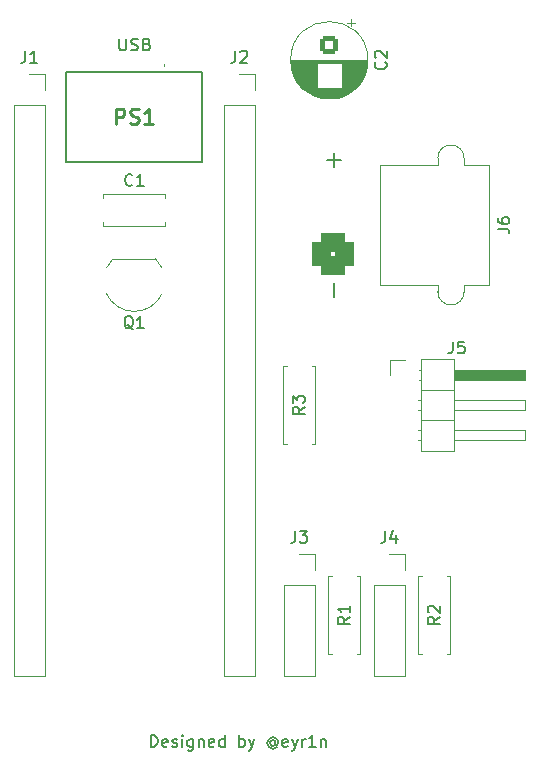
<source format=gbr>
%TF.GenerationSoftware,KiCad,Pcbnew,9.0.6*%
%TF.CreationDate,2025-12-26T01:32:08+09:00*%
%TF.ProjectId,PicomniRover,5069636f-6d6e-4695-926f-7665722e6b69,rev?*%
%TF.SameCoordinates,Original*%
%TF.FileFunction,Legend,Top*%
%TF.FilePolarity,Positive*%
%FSLAX46Y46*%
G04 Gerber Fmt 4.6, Leading zero omitted, Abs format (unit mm)*
G04 Created by KiCad (PCBNEW 9.0.6) date 2025-12-26 01:32:08*
%MOMM*%
%LPD*%
G01*
G04 APERTURE LIST*
G04 Aperture macros list*
%AMRoundRect*
0 Rectangle with rounded corners*
0 $1 Rounding radius*
0 $2 $3 $4 $5 $6 $7 $8 $9 X,Y pos of 4 corners*
0 Add a 4 corners polygon primitive as box body*
4,1,4,$2,$3,$4,$5,$6,$7,$8,$9,$2,$3,0*
0 Add four circle primitives for the rounded corners*
1,1,$1+$1,$2,$3*
1,1,$1+$1,$4,$5*
1,1,$1+$1,$6,$7*
1,1,$1+$1,$8,$9*
0 Add four rect primitives between the rounded corners*
20,1,$1+$1,$2,$3,$4,$5,0*
20,1,$1+$1,$4,$5,$6,$7,0*
20,1,$1+$1,$6,$7,$8,$9,0*
20,1,$1+$1,$8,$9,$2,$3,0*%
G04 Aperture macros list end*
%ADD10C,0.150000*%
%ADD11C,0.254000*%
%ADD12C,0.120000*%
%ADD13C,0.200000*%
%ADD14C,0.100000*%
%ADD15R,1.700000X1.700000*%
%ADD16C,1.700000*%
%ADD17C,3.200000*%
%ADD18R,1.500000X1.500000*%
%ADD19C,1.500000*%
%ADD20C,1.600000*%
%ADD21R,1.462000X1.462000*%
%ADD22C,1.462000*%
%ADD23RoundRect,0.250000X-0.550000X0.550000X-0.550000X-0.550000X0.550000X-0.550000X0.550000X0.550000X0*%
%ADD24C,1.400000*%
%ADD25RoundRect,0.770000X-0.980000X0.980000X-0.980000X-0.980000X0.980000X-0.980000X0.980000X0.980000X0*%
%ADD26C,3.500000*%
G04 APERTURE END LIST*
D10*
X61095237Y-108954819D02*
X61095237Y-107954819D01*
X61095237Y-107954819D02*
X61333332Y-107954819D01*
X61333332Y-107954819D02*
X61476189Y-108002438D01*
X61476189Y-108002438D02*
X61571427Y-108097676D01*
X61571427Y-108097676D02*
X61619046Y-108192914D01*
X61619046Y-108192914D02*
X61666665Y-108383390D01*
X61666665Y-108383390D02*
X61666665Y-108526247D01*
X61666665Y-108526247D02*
X61619046Y-108716723D01*
X61619046Y-108716723D02*
X61571427Y-108811961D01*
X61571427Y-108811961D02*
X61476189Y-108907200D01*
X61476189Y-108907200D02*
X61333332Y-108954819D01*
X61333332Y-108954819D02*
X61095237Y-108954819D01*
X62476189Y-108907200D02*
X62380951Y-108954819D01*
X62380951Y-108954819D02*
X62190475Y-108954819D01*
X62190475Y-108954819D02*
X62095237Y-108907200D01*
X62095237Y-108907200D02*
X62047618Y-108811961D01*
X62047618Y-108811961D02*
X62047618Y-108431009D01*
X62047618Y-108431009D02*
X62095237Y-108335771D01*
X62095237Y-108335771D02*
X62190475Y-108288152D01*
X62190475Y-108288152D02*
X62380951Y-108288152D01*
X62380951Y-108288152D02*
X62476189Y-108335771D01*
X62476189Y-108335771D02*
X62523808Y-108431009D01*
X62523808Y-108431009D02*
X62523808Y-108526247D01*
X62523808Y-108526247D02*
X62047618Y-108621485D01*
X62904761Y-108907200D02*
X62999999Y-108954819D01*
X62999999Y-108954819D02*
X63190475Y-108954819D01*
X63190475Y-108954819D02*
X63285713Y-108907200D01*
X63285713Y-108907200D02*
X63333332Y-108811961D01*
X63333332Y-108811961D02*
X63333332Y-108764342D01*
X63333332Y-108764342D02*
X63285713Y-108669104D01*
X63285713Y-108669104D02*
X63190475Y-108621485D01*
X63190475Y-108621485D02*
X63047618Y-108621485D01*
X63047618Y-108621485D02*
X62952380Y-108573866D01*
X62952380Y-108573866D02*
X62904761Y-108478628D01*
X62904761Y-108478628D02*
X62904761Y-108431009D01*
X62904761Y-108431009D02*
X62952380Y-108335771D01*
X62952380Y-108335771D02*
X63047618Y-108288152D01*
X63047618Y-108288152D02*
X63190475Y-108288152D01*
X63190475Y-108288152D02*
X63285713Y-108335771D01*
X63761904Y-108954819D02*
X63761904Y-108288152D01*
X63761904Y-107954819D02*
X63714285Y-108002438D01*
X63714285Y-108002438D02*
X63761904Y-108050057D01*
X63761904Y-108050057D02*
X63809523Y-108002438D01*
X63809523Y-108002438D02*
X63761904Y-107954819D01*
X63761904Y-107954819D02*
X63761904Y-108050057D01*
X64666665Y-108288152D02*
X64666665Y-109097676D01*
X64666665Y-109097676D02*
X64619046Y-109192914D01*
X64619046Y-109192914D02*
X64571427Y-109240533D01*
X64571427Y-109240533D02*
X64476189Y-109288152D01*
X64476189Y-109288152D02*
X64333332Y-109288152D01*
X64333332Y-109288152D02*
X64238094Y-109240533D01*
X64666665Y-108907200D02*
X64571427Y-108954819D01*
X64571427Y-108954819D02*
X64380951Y-108954819D01*
X64380951Y-108954819D02*
X64285713Y-108907200D01*
X64285713Y-108907200D02*
X64238094Y-108859580D01*
X64238094Y-108859580D02*
X64190475Y-108764342D01*
X64190475Y-108764342D02*
X64190475Y-108478628D01*
X64190475Y-108478628D02*
X64238094Y-108383390D01*
X64238094Y-108383390D02*
X64285713Y-108335771D01*
X64285713Y-108335771D02*
X64380951Y-108288152D01*
X64380951Y-108288152D02*
X64571427Y-108288152D01*
X64571427Y-108288152D02*
X64666665Y-108335771D01*
X65142856Y-108288152D02*
X65142856Y-108954819D01*
X65142856Y-108383390D02*
X65190475Y-108335771D01*
X65190475Y-108335771D02*
X65285713Y-108288152D01*
X65285713Y-108288152D02*
X65428570Y-108288152D01*
X65428570Y-108288152D02*
X65523808Y-108335771D01*
X65523808Y-108335771D02*
X65571427Y-108431009D01*
X65571427Y-108431009D02*
X65571427Y-108954819D01*
X66428570Y-108907200D02*
X66333332Y-108954819D01*
X66333332Y-108954819D02*
X66142856Y-108954819D01*
X66142856Y-108954819D02*
X66047618Y-108907200D01*
X66047618Y-108907200D02*
X65999999Y-108811961D01*
X65999999Y-108811961D02*
X65999999Y-108431009D01*
X65999999Y-108431009D02*
X66047618Y-108335771D01*
X66047618Y-108335771D02*
X66142856Y-108288152D01*
X66142856Y-108288152D02*
X66333332Y-108288152D01*
X66333332Y-108288152D02*
X66428570Y-108335771D01*
X66428570Y-108335771D02*
X66476189Y-108431009D01*
X66476189Y-108431009D02*
X66476189Y-108526247D01*
X66476189Y-108526247D02*
X65999999Y-108621485D01*
X67333332Y-108954819D02*
X67333332Y-107954819D01*
X67333332Y-108907200D02*
X67238094Y-108954819D01*
X67238094Y-108954819D02*
X67047618Y-108954819D01*
X67047618Y-108954819D02*
X66952380Y-108907200D01*
X66952380Y-108907200D02*
X66904761Y-108859580D01*
X66904761Y-108859580D02*
X66857142Y-108764342D01*
X66857142Y-108764342D02*
X66857142Y-108478628D01*
X66857142Y-108478628D02*
X66904761Y-108383390D01*
X66904761Y-108383390D02*
X66952380Y-108335771D01*
X66952380Y-108335771D02*
X67047618Y-108288152D01*
X67047618Y-108288152D02*
X67238094Y-108288152D01*
X67238094Y-108288152D02*
X67333332Y-108335771D01*
X68571428Y-108954819D02*
X68571428Y-107954819D01*
X68571428Y-108335771D02*
X68666666Y-108288152D01*
X68666666Y-108288152D02*
X68857142Y-108288152D01*
X68857142Y-108288152D02*
X68952380Y-108335771D01*
X68952380Y-108335771D02*
X68999999Y-108383390D01*
X68999999Y-108383390D02*
X69047618Y-108478628D01*
X69047618Y-108478628D02*
X69047618Y-108764342D01*
X69047618Y-108764342D02*
X68999999Y-108859580D01*
X68999999Y-108859580D02*
X68952380Y-108907200D01*
X68952380Y-108907200D02*
X68857142Y-108954819D01*
X68857142Y-108954819D02*
X68666666Y-108954819D01*
X68666666Y-108954819D02*
X68571428Y-108907200D01*
X69380952Y-108288152D02*
X69619047Y-108954819D01*
X69857142Y-108288152D02*
X69619047Y-108954819D01*
X69619047Y-108954819D02*
X69523809Y-109192914D01*
X69523809Y-109192914D02*
X69476190Y-109240533D01*
X69476190Y-109240533D02*
X69380952Y-109288152D01*
X71619047Y-108478628D02*
X71571428Y-108431009D01*
X71571428Y-108431009D02*
X71476190Y-108383390D01*
X71476190Y-108383390D02*
X71380952Y-108383390D01*
X71380952Y-108383390D02*
X71285714Y-108431009D01*
X71285714Y-108431009D02*
X71238095Y-108478628D01*
X71238095Y-108478628D02*
X71190476Y-108573866D01*
X71190476Y-108573866D02*
X71190476Y-108669104D01*
X71190476Y-108669104D02*
X71238095Y-108764342D01*
X71238095Y-108764342D02*
X71285714Y-108811961D01*
X71285714Y-108811961D02*
X71380952Y-108859580D01*
X71380952Y-108859580D02*
X71476190Y-108859580D01*
X71476190Y-108859580D02*
X71571428Y-108811961D01*
X71571428Y-108811961D02*
X71619047Y-108764342D01*
X71619047Y-108383390D02*
X71619047Y-108764342D01*
X71619047Y-108764342D02*
X71666666Y-108811961D01*
X71666666Y-108811961D02*
X71714285Y-108811961D01*
X71714285Y-108811961D02*
X71809524Y-108764342D01*
X71809524Y-108764342D02*
X71857143Y-108669104D01*
X71857143Y-108669104D02*
X71857143Y-108431009D01*
X71857143Y-108431009D02*
X71761905Y-108288152D01*
X71761905Y-108288152D02*
X71619047Y-108192914D01*
X71619047Y-108192914D02*
X71428571Y-108145295D01*
X71428571Y-108145295D02*
X71238095Y-108192914D01*
X71238095Y-108192914D02*
X71095238Y-108288152D01*
X71095238Y-108288152D02*
X71000000Y-108431009D01*
X71000000Y-108431009D02*
X70952381Y-108621485D01*
X70952381Y-108621485D02*
X71000000Y-108811961D01*
X71000000Y-108811961D02*
X71095238Y-108954819D01*
X71095238Y-108954819D02*
X71238095Y-109050057D01*
X71238095Y-109050057D02*
X71428571Y-109097676D01*
X71428571Y-109097676D02*
X71619047Y-109050057D01*
X71619047Y-109050057D02*
X71761905Y-108954819D01*
X72666666Y-108907200D02*
X72571428Y-108954819D01*
X72571428Y-108954819D02*
X72380952Y-108954819D01*
X72380952Y-108954819D02*
X72285714Y-108907200D01*
X72285714Y-108907200D02*
X72238095Y-108811961D01*
X72238095Y-108811961D02*
X72238095Y-108431009D01*
X72238095Y-108431009D02*
X72285714Y-108335771D01*
X72285714Y-108335771D02*
X72380952Y-108288152D01*
X72380952Y-108288152D02*
X72571428Y-108288152D01*
X72571428Y-108288152D02*
X72666666Y-108335771D01*
X72666666Y-108335771D02*
X72714285Y-108431009D01*
X72714285Y-108431009D02*
X72714285Y-108526247D01*
X72714285Y-108526247D02*
X72238095Y-108621485D01*
X73047619Y-108288152D02*
X73285714Y-108954819D01*
X73523809Y-108288152D02*
X73285714Y-108954819D01*
X73285714Y-108954819D02*
X73190476Y-109192914D01*
X73190476Y-109192914D02*
X73142857Y-109240533D01*
X73142857Y-109240533D02*
X73047619Y-109288152D01*
X73904762Y-108954819D02*
X73904762Y-108288152D01*
X73904762Y-108478628D02*
X73952381Y-108383390D01*
X73952381Y-108383390D02*
X74000000Y-108335771D01*
X74000000Y-108335771D02*
X74095238Y-108288152D01*
X74095238Y-108288152D02*
X74190476Y-108288152D01*
X75047619Y-108954819D02*
X74476191Y-108954819D01*
X74761905Y-108954819D02*
X74761905Y-107954819D01*
X74761905Y-107954819D02*
X74666667Y-108097676D01*
X74666667Y-108097676D02*
X74571429Y-108192914D01*
X74571429Y-108192914D02*
X74476191Y-108240533D01*
X75476191Y-108288152D02*
X75476191Y-108954819D01*
X75476191Y-108383390D02*
X75523810Y-108335771D01*
X75523810Y-108335771D02*
X75619048Y-108288152D01*
X75619048Y-108288152D02*
X75761905Y-108288152D01*
X75761905Y-108288152D02*
X75857143Y-108335771D01*
X75857143Y-108335771D02*
X75904762Y-108431009D01*
X75904762Y-108431009D02*
X75904762Y-108954819D01*
X58428095Y-48984819D02*
X58428095Y-49794342D01*
X58428095Y-49794342D02*
X58475714Y-49889580D01*
X58475714Y-49889580D02*
X58523333Y-49937200D01*
X58523333Y-49937200D02*
X58618571Y-49984819D01*
X58618571Y-49984819D02*
X58809047Y-49984819D01*
X58809047Y-49984819D02*
X58904285Y-49937200D01*
X58904285Y-49937200D02*
X58951904Y-49889580D01*
X58951904Y-49889580D02*
X58999523Y-49794342D01*
X58999523Y-49794342D02*
X58999523Y-48984819D01*
X59428095Y-49937200D02*
X59570952Y-49984819D01*
X59570952Y-49984819D02*
X59809047Y-49984819D01*
X59809047Y-49984819D02*
X59904285Y-49937200D01*
X59904285Y-49937200D02*
X59951904Y-49889580D01*
X59951904Y-49889580D02*
X59999523Y-49794342D01*
X59999523Y-49794342D02*
X59999523Y-49699104D01*
X59999523Y-49699104D02*
X59951904Y-49603866D01*
X59951904Y-49603866D02*
X59904285Y-49556247D01*
X59904285Y-49556247D02*
X59809047Y-49508628D01*
X59809047Y-49508628D02*
X59618571Y-49461009D01*
X59618571Y-49461009D02*
X59523333Y-49413390D01*
X59523333Y-49413390D02*
X59475714Y-49365771D01*
X59475714Y-49365771D02*
X59428095Y-49270533D01*
X59428095Y-49270533D02*
X59428095Y-49175295D01*
X59428095Y-49175295D02*
X59475714Y-49080057D01*
X59475714Y-49080057D02*
X59523333Y-49032438D01*
X59523333Y-49032438D02*
X59618571Y-48984819D01*
X59618571Y-48984819D02*
X59856666Y-48984819D01*
X59856666Y-48984819D02*
X59999523Y-49032438D01*
X60761428Y-49461009D02*
X60904285Y-49508628D01*
X60904285Y-49508628D02*
X60951904Y-49556247D01*
X60951904Y-49556247D02*
X60999523Y-49651485D01*
X60999523Y-49651485D02*
X60999523Y-49794342D01*
X60999523Y-49794342D02*
X60951904Y-49889580D01*
X60951904Y-49889580D02*
X60904285Y-49937200D01*
X60904285Y-49937200D02*
X60809047Y-49984819D01*
X60809047Y-49984819D02*
X60428095Y-49984819D01*
X60428095Y-49984819D02*
X60428095Y-48984819D01*
X60428095Y-48984819D02*
X60761428Y-48984819D01*
X60761428Y-48984819D02*
X60856666Y-49032438D01*
X60856666Y-49032438D02*
X60904285Y-49080057D01*
X60904285Y-49080057D02*
X60951904Y-49175295D01*
X60951904Y-49175295D02*
X60951904Y-49270533D01*
X60951904Y-49270533D02*
X60904285Y-49365771D01*
X60904285Y-49365771D02*
X60856666Y-49413390D01*
X60856666Y-49413390D02*
X60761428Y-49461009D01*
X60761428Y-49461009D02*
X60428095Y-49461009D01*
X86666666Y-74644819D02*
X86666666Y-75359104D01*
X86666666Y-75359104D02*
X86619047Y-75501961D01*
X86619047Y-75501961D02*
X86523809Y-75597200D01*
X86523809Y-75597200D02*
X86380952Y-75644819D01*
X86380952Y-75644819D02*
X86285714Y-75644819D01*
X87619047Y-74644819D02*
X87142857Y-74644819D01*
X87142857Y-74644819D02*
X87095238Y-75121009D01*
X87095238Y-75121009D02*
X87142857Y-75073390D01*
X87142857Y-75073390D02*
X87238095Y-75025771D01*
X87238095Y-75025771D02*
X87476190Y-75025771D01*
X87476190Y-75025771D02*
X87571428Y-75073390D01*
X87571428Y-75073390D02*
X87619047Y-75121009D01*
X87619047Y-75121009D02*
X87666666Y-75216247D01*
X87666666Y-75216247D02*
X87666666Y-75454342D01*
X87666666Y-75454342D02*
X87619047Y-75549580D01*
X87619047Y-75549580D02*
X87571428Y-75597200D01*
X87571428Y-75597200D02*
X87476190Y-75644819D01*
X87476190Y-75644819D02*
X87238095Y-75644819D01*
X87238095Y-75644819D02*
X87142857Y-75597200D01*
X87142857Y-75597200D02*
X87095238Y-75549580D01*
X80946666Y-90664819D02*
X80946666Y-91379104D01*
X80946666Y-91379104D02*
X80899047Y-91521961D01*
X80899047Y-91521961D02*
X80803809Y-91617200D01*
X80803809Y-91617200D02*
X80660952Y-91664819D01*
X80660952Y-91664819D02*
X80565714Y-91664819D01*
X81851428Y-90998152D02*
X81851428Y-91664819D01*
X81613333Y-90617200D02*
X81375238Y-91331485D01*
X81375238Y-91331485D02*
X81994285Y-91331485D01*
X59594761Y-73600057D02*
X59499523Y-73552438D01*
X59499523Y-73552438D02*
X59404285Y-73457200D01*
X59404285Y-73457200D02*
X59261428Y-73314342D01*
X59261428Y-73314342D02*
X59166190Y-73266723D01*
X59166190Y-73266723D02*
X59070952Y-73266723D01*
X59118571Y-73504819D02*
X59023333Y-73457200D01*
X59023333Y-73457200D02*
X58928095Y-73361961D01*
X58928095Y-73361961D02*
X58880476Y-73171485D01*
X58880476Y-73171485D02*
X58880476Y-72838152D01*
X58880476Y-72838152D02*
X58928095Y-72647676D01*
X58928095Y-72647676D02*
X59023333Y-72552438D01*
X59023333Y-72552438D02*
X59118571Y-72504819D01*
X59118571Y-72504819D02*
X59309047Y-72504819D01*
X59309047Y-72504819D02*
X59404285Y-72552438D01*
X59404285Y-72552438D02*
X59499523Y-72647676D01*
X59499523Y-72647676D02*
X59547142Y-72838152D01*
X59547142Y-72838152D02*
X59547142Y-73171485D01*
X59547142Y-73171485D02*
X59499523Y-73361961D01*
X59499523Y-73361961D02*
X59404285Y-73457200D01*
X59404285Y-73457200D02*
X59309047Y-73504819D01*
X59309047Y-73504819D02*
X59118571Y-73504819D01*
X60499523Y-73504819D02*
X59928095Y-73504819D01*
X60213809Y-73504819D02*
X60213809Y-72504819D01*
X60213809Y-72504819D02*
X60118571Y-72647676D01*
X60118571Y-72647676D02*
X60023333Y-72742914D01*
X60023333Y-72742914D02*
X59928095Y-72790533D01*
X77924819Y-97956666D02*
X77448628Y-98289999D01*
X77924819Y-98528094D02*
X76924819Y-98528094D01*
X76924819Y-98528094D02*
X76924819Y-98147142D01*
X76924819Y-98147142D02*
X76972438Y-98051904D01*
X76972438Y-98051904D02*
X77020057Y-98004285D01*
X77020057Y-98004285D02*
X77115295Y-97956666D01*
X77115295Y-97956666D02*
X77258152Y-97956666D01*
X77258152Y-97956666D02*
X77353390Y-98004285D01*
X77353390Y-98004285D02*
X77401009Y-98051904D01*
X77401009Y-98051904D02*
X77448628Y-98147142D01*
X77448628Y-98147142D02*
X77448628Y-98528094D01*
X77924819Y-97004285D02*
X77924819Y-97575713D01*
X77924819Y-97289999D02*
X76924819Y-97289999D01*
X76924819Y-97289999D02*
X77067676Y-97385237D01*
X77067676Y-97385237D02*
X77162914Y-97480475D01*
X77162914Y-97480475D02*
X77210533Y-97575713D01*
X74114819Y-80176666D02*
X73638628Y-80509999D01*
X74114819Y-80748094D02*
X73114819Y-80748094D01*
X73114819Y-80748094D02*
X73114819Y-80367142D01*
X73114819Y-80367142D02*
X73162438Y-80271904D01*
X73162438Y-80271904D02*
X73210057Y-80224285D01*
X73210057Y-80224285D02*
X73305295Y-80176666D01*
X73305295Y-80176666D02*
X73448152Y-80176666D01*
X73448152Y-80176666D02*
X73543390Y-80224285D01*
X73543390Y-80224285D02*
X73591009Y-80271904D01*
X73591009Y-80271904D02*
X73638628Y-80367142D01*
X73638628Y-80367142D02*
X73638628Y-80748094D01*
X73114819Y-79843332D02*
X73114819Y-79224285D01*
X73114819Y-79224285D02*
X73495771Y-79557618D01*
X73495771Y-79557618D02*
X73495771Y-79414761D01*
X73495771Y-79414761D02*
X73543390Y-79319523D01*
X73543390Y-79319523D02*
X73591009Y-79271904D01*
X73591009Y-79271904D02*
X73686247Y-79224285D01*
X73686247Y-79224285D02*
X73924342Y-79224285D01*
X73924342Y-79224285D02*
X74019580Y-79271904D01*
X74019580Y-79271904D02*
X74067200Y-79319523D01*
X74067200Y-79319523D02*
X74114819Y-79414761D01*
X74114819Y-79414761D02*
X74114819Y-79700475D01*
X74114819Y-79700475D02*
X74067200Y-79795713D01*
X74067200Y-79795713D02*
X74019580Y-79843332D01*
X50466666Y-50024819D02*
X50466666Y-50739104D01*
X50466666Y-50739104D02*
X50419047Y-50881961D01*
X50419047Y-50881961D02*
X50323809Y-50977200D01*
X50323809Y-50977200D02*
X50180952Y-51024819D01*
X50180952Y-51024819D02*
X50085714Y-51024819D01*
X51466666Y-51024819D02*
X50895238Y-51024819D01*
X51180952Y-51024819D02*
X51180952Y-50024819D01*
X51180952Y-50024819D02*
X51085714Y-50167676D01*
X51085714Y-50167676D02*
X50990476Y-50262914D01*
X50990476Y-50262914D02*
X50895238Y-50310533D01*
X73326666Y-90664819D02*
X73326666Y-91379104D01*
X73326666Y-91379104D02*
X73279047Y-91521961D01*
X73279047Y-91521961D02*
X73183809Y-91617200D01*
X73183809Y-91617200D02*
X73040952Y-91664819D01*
X73040952Y-91664819D02*
X72945714Y-91664819D01*
X73707619Y-90664819D02*
X74326666Y-90664819D01*
X74326666Y-90664819D02*
X73993333Y-91045771D01*
X73993333Y-91045771D02*
X74136190Y-91045771D01*
X74136190Y-91045771D02*
X74231428Y-91093390D01*
X74231428Y-91093390D02*
X74279047Y-91141009D01*
X74279047Y-91141009D02*
X74326666Y-91236247D01*
X74326666Y-91236247D02*
X74326666Y-91474342D01*
X74326666Y-91474342D02*
X74279047Y-91569580D01*
X74279047Y-91569580D02*
X74231428Y-91617200D01*
X74231428Y-91617200D02*
X74136190Y-91664819D01*
X74136190Y-91664819D02*
X73850476Y-91664819D01*
X73850476Y-91664819D02*
X73755238Y-91617200D01*
X73755238Y-91617200D02*
X73707619Y-91569580D01*
D11*
X58137856Y-56199318D02*
X58137856Y-54929318D01*
X58137856Y-54929318D02*
X58621666Y-54929318D01*
X58621666Y-54929318D02*
X58742618Y-54989794D01*
X58742618Y-54989794D02*
X58803095Y-55050270D01*
X58803095Y-55050270D02*
X58863571Y-55171222D01*
X58863571Y-55171222D02*
X58863571Y-55352651D01*
X58863571Y-55352651D02*
X58803095Y-55473603D01*
X58803095Y-55473603D02*
X58742618Y-55534080D01*
X58742618Y-55534080D02*
X58621666Y-55594556D01*
X58621666Y-55594556D02*
X58137856Y-55594556D01*
X59347380Y-56138842D02*
X59528809Y-56199318D01*
X59528809Y-56199318D02*
X59831190Y-56199318D01*
X59831190Y-56199318D02*
X59952142Y-56138842D01*
X59952142Y-56138842D02*
X60012618Y-56078365D01*
X60012618Y-56078365D02*
X60073095Y-55957413D01*
X60073095Y-55957413D02*
X60073095Y-55836461D01*
X60073095Y-55836461D02*
X60012618Y-55715508D01*
X60012618Y-55715508D02*
X59952142Y-55655032D01*
X59952142Y-55655032D02*
X59831190Y-55594556D01*
X59831190Y-55594556D02*
X59589285Y-55534080D01*
X59589285Y-55534080D02*
X59468333Y-55473603D01*
X59468333Y-55473603D02*
X59407856Y-55413127D01*
X59407856Y-55413127D02*
X59347380Y-55292175D01*
X59347380Y-55292175D02*
X59347380Y-55171222D01*
X59347380Y-55171222D02*
X59407856Y-55050270D01*
X59407856Y-55050270D02*
X59468333Y-54989794D01*
X59468333Y-54989794D02*
X59589285Y-54929318D01*
X59589285Y-54929318D02*
X59891666Y-54929318D01*
X59891666Y-54929318D02*
X60073095Y-54989794D01*
X61282619Y-56199318D02*
X60556904Y-56199318D01*
X60919761Y-56199318D02*
X60919761Y-54929318D01*
X60919761Y-54929318D02*
X60798809Y-55110746D01*
X60798809Y-55110746D02*
X60677857Y-55231699D01*
X60677857Y-55231699D02*
X60556904Y-55292175D01*
D10*
X59523333Y-61359580D02*
X59475714Y-61407200D01*
X59475714Y-61407200D02*
X59332857Y-61454819D01*
X59332857Y-61454819D02*
X59237619Y-61454819D01*
X59237619Y-61454819D02*
X59094762Y-61407200D01*
X59094762Y-61407200D02*
X58999524Y-61311961D01*
X58999524Y-61311961D02*
X58951905Y-61216723D01*
X58951905Y-61216723D02*
X58904286Y-61026247D01*
X58904286Y-61026247D02*
X58904286Y-60883390D01*
X58904286Y-60883390D02*
X58951905Y-60692914D01*
X58951905Y-60692914D02*
X58999524Y-60597676D01*
X58999524Y-60597676D02*
X59094762Y-60502438D01*
X59094762Y-60502438D02*
X59237619Y-60454819D01*
X59237619Y-60454819D02*
X59332857Y-60454819D01*
X59332857Y-60454819D02*
X59475714Y-60502438D01*
X59475714Y-60502438D02*
X59523333Y-60550057D01*
X60475714Y-61454819D02*
X59904286Y-61454819D01*
X60190000Y-61454819D02*
X60190000Y-60454819D01*
X60190000Y-60454819D02*
X60094762Y-60597676D01*
X60094762Y-60597676D02*
X59999524Y-60692914D01*
X59999524Y-60692914D02*
X59904286Y-60740533D01*
X68246666Y-50024819D02*
X68246666Y-50739104D01*
X68246666Y-50739104D02*
X68199047Y-50881961D01*
X68199047Y-50881961D02*
X68103809Y-50977200D01*
X68103809Y-50977200D02*
X67960952Y-51024819D01*
X67960952Y-51024819D02*
X67865714Y-51024819D01*
X68675238Y-50120057D02*
X68722857Y-50072438D01*
X68722857Y-50072438D02*
X68818095Y-50024819D01*
X68818095Y-50024819D02*
X69056190Y-50024819D01*
X69056190Y-50024819D02*
X69151428Y-50072438D01*
X69151428Y-50072438D02*
X69199047Y-50120057D01*
X69199047Y-50120057D02*
X69246666Y-50215295D01*
X69246666Y-50215295D02*
X69246666Y-50310533D01*
X69246666Y-50310533D02*
X69199047Y-50453390D01*
X69199047Y-50453390D02*
X68627619Y-51024819D01*
X68627619Y-51024819D02*
X69246666Y-51024819D01*
X80959580Y-50986666D02*
X81007200Y-51034285D01*
X81007200Y-51034285D02*
X81054819Y-51177142D01*
X81054819Y-51177142D02*
X81054819Y-51272380D01*
X81054819Y-51272380D02*
X81007200Y-51415237D01*
X81007200Y-51415237D02*
X80911961Y-51510475D01*
X80911961Y-51510475D02*
X80816723Y-51558094D01*
X80816723Y-51558094D02*
X80626247Y-51605713D01*
X80626247Y-51605713D02*
X80483390Y-51605713D01*
X80483390Y-51605713D02*
X80292914Y-51558094D01*
X80292914Y-51558094D02*
X80197676Y-51510475D01*
X80197676Y-51510475D02*
X80102438Y-51415237D01*
X80102438Y-51415237D02*
X80054819Y-51272380D01*
X80054819Y-51272380D02*
X80054819Y-51177142D01*
X80054819Y-51177142D02*
X80102438Y-51034285D01*
X80102438Y-51034285D02*
X80150057Y-50986666D01*
X80150057Y-50605713D02*
X80102438Y-50558094D01*
X80102438Y-50558094D02*
X80054819Y-50462856D01*
X80054819Y-50462856D02*
X80054819Y-50224761D01*
X80054819Y-50224761D02*
X80102438Y-50129523D01*
X80102438Y-50129523D02*
X80150057Y-50081904D01*
X80150057Y-50081904D02*
X80245295Y-50034285D01*
X80245295Y-50034285D02*
X80340533Y-50034285D01*
X80340533Y-50034285D02*
X80483390Y-50081904D01*
X80483390Y-50081904D02*
X81054819Y-50653332D01*
X81054819Y-50653332D02*
X81054819Y-50034285D01*
X85544819Y-97956666D02*
X85068628Y-98289999D01*
X85544819Y-98528094D02*
X84544819Y-98528094D01*
X84544819Y-98528094D02*
X84544819Y-98147142D01*
X84544819Y-98147142D02*
X84592438Y-98051904D01*
X84592438Y-98051904D02*
X84640057Y-98004285D01*
X84640057Y-98004285D02*
X84735295Y-97956666D01*
X84735295Y-97956666D02*
X84878152Y-97956666D01*
X84878152Y-97956666D02*
X84973390Y-98004285D01*
X84973390Y-98004285D02*
X85021009Y-98051904D01*
X85021009Y-98051904D02*
X85068628Y-98147142D01*
X85068628Y-98147142D02*
X85068628Y-98528094D01*
X84640057Y-97575713D02*
X84592438Y-97528094D01*
X84592438Y-97528094D02*
X84544819Y-97432856D01*
X84544819Y-97432856D02*
X84544819Y-97194761D01*
X84544819Y-97194761D02*
X84592438Y-97099523D01*
X84592438Y-97099523D02*
X84640057Y-97051904D01*
X84640057Y-97051904D02*
X84735295Y-97004285D01*
X84735295Y-97004285D02*
X84830533Y-97004285D01*
X84830533Y-97004285D02*
X84973390Y-97051904D01*
X84973390Y-97051904D02*
X85544819Y-97623332D01*
X85544819Y-97623332D02*
X85544819Y-97004285D01*
X90454819Y-65103333D02*
X91169104Y-65103333D01*
X91169104Y-65103333D02*
X91311961Y-65150952D01*
X91311961Y-65150952D02*
X91407200Y-65246190D01*
X91407200Y-65246190D02*
X91454819Y-65389047D01*
X91454819Y-65389047D02*
X91454819Y-65484285D01*
X90454819Y-64198571D02*
X90454819Y-64389047D01*
X90454819Y-64389047D02*
X90502438Y-64484285D01*
X90502438Y-64484285D02*
X90550057Y-64531904D01*
X90550057Y-64531904D02*
X90692914Y-64627142D01*
X90692914Y-64627142D02*
X90883390Y-64674761D01*
X90883390Y-64674761D02*
X91264342Y-64674761D01*
X91264342Y-64674761D02*
X91359580Y-64627142D01*
X91359580Y-64627142D02*
X91407200Y-64579523D01*
X91407200Y-64579523D02*
X91454819Y-64484285D01*
X91454819Y-64484285D02*
X91454819Y-64293809D01*
X91454819Y-64293809D02*
X91407200Y-64198571D01*
X91407200Y-64198571D02*
X91359580Y-64150952D01*
X91359580Y-64150952D02*
X91264342Y-64103333D01*
X91264342Y-64103333D02*
X91026247Y-64103333D01*
X91026247Y-64103333D02*
X90931009Y-64150952D01*
X90931009Y-64150952D02*
X90883390Y-64198571D01*
X90883390Y-64198571D02*
X90835771Y-64293809D01*
X90835771Y-64293809D02*
X90835771Y-64484285D01*
X90835771Y-64484285D02*
X90883390Y-64579523D01*
X90883390Y-64579523D02*
X90931009Y-64627142D01*
X90931009Y-64627142D02*
X91026247Y-64674761D01*
X76614700Y-59841428D02*
X76614700Y-58698571D01*
X77186128Y-59269999D02*
X76043271Y-59269999D01*
X76614700Y-70841428D02*
X76614700Y-69698571D01*
D12*
%TO.C,J5*%
X81345000Y-76190000D02*
X82615000Y-76190000D01*
X81345000Y-77460000D02*
X81345000Y-76190000D01*
X83692358Y-79570000D02*
X84005000Y-79570000D01*
X83692358Y-80430000D02*
X84005000Y-80430000D01*
X83692358Y-82110000D02*
X84005000Y-82110000D01*
X83692358Y-82970000D02*
X84005000Y-82970000D01*
X83775000Y-77030000D02*
X84005000Y-77030000D01*
X83775000Y-77890000D02*
X84005000Y-77890000D01*
X84005000Y-76080000D02*
X84005000Y-83920000D01*
X84005000Y-78730000D02*
X86765000Y-78730000D01*
X84005000Y-81270000D02*
X86765000Y-81270000D01*
X84005000Y-83920000D02*
X86765000Y-83920000D01*
X86765000Y-76080000D02*
X84005000Y-76080000D01*
X86765000Y-79570000D02*
X92765000Y-79570000D01*
X86765000Y-82110000D02*
X92765000Y-82110000D01*
X86765000Y-83920000D02*
X86765000Y-76080000D01*
X92765000Y-79570000D02*
X92765000Y-80430000D01*
X92765000Y-80430000D02*
X86765000Y-80430000D01*
X92765000Y-82110000D02*
X92765000Y-82970000D01*
X92765000Y-82970000D02*
X86765000Y-82970000D01*
X86765000Y-77030000D02*
X92765000Y-77030000D01*
X92765000Y-77890000D01*
X86765000Y-77890000D01*
X86765000Y-77030000D01*
G36*
X86765000Y-77030000D02*
G01*
X92765000Y-77030000D01*
X92765000Y-77890000D01*
X86765000Y-77890000D01*
X86765000Y-77030000D01*
G37*
%TO.C,J4*%
X79950000Y-95250000D02*
X79950000Y-102930000D01*
X79950000Y-95250000D02*
X82610000Y-95250000D01*
X79950000Y-102930000D02*
X82610000Y-102930000D01*
X81280000Y-92650000D02*
X82610000Y-92650000D01*
X82610000Y-92650000D02*
X82610000Y-93980000D01*
X82610000Y-95250000D02*
X82610000Y-102930000D01*
%TO.C,Q1*%
X61490000Y-67640000D02*
X57890000Y-67640000D01*
X57365816Y-68367205D02*
G75*
G02*
X57890000Y-67640000I2324184J-1122795D01*
G01*
X59690000Y-72090000D02*
G75*
G02*
X57333600Y-70588807I0J2600000D01*
G01*
X61490000Y-67640000D02*
G75*
G02*
X62014184Y-68367205I-1800000J-1850000D01*
G01*
X62046400Y-70588807D02*
G75*
G02*
X59690000Y-72090000I-2356400J1098807D01*
G01*
%TO.C,R1*%
X76100000Y-94520000D02*
X76430000Y-94520000D01*
X76100000Y-101060000D02*
X76100000Y-94520000D01*
X76430000Y-101060000D02*
X76100000Y-101060000D01*
X78510000Y-101060000D02*
X78840000Y-101060000D01*
X78840000Y-94520000D02*
X78510000Y-94520000D01*
X78840000Y-101060000D02*
X78840000Y-94520000D01*
%TO.C,R3*%
X72290000Y-76740000D02*
X72620000Y-76740000D01*
X72290000Y-83280000D02*
X72290000Y-76740000D01*
X72620000Y-83280000D02*
X72290000Y-83280000D01*
X74700000Y-83280000D02*
X75030000Y-83280000D01*
X75030000Y-76740000D02*
X74700000Y-76740000D01*
X75030000Y-83280000D02*
X75030000Y-76740000D01*
%TO.C,J1*%
X49470000Y-54610000D02*
X49470000Y-102930000D01*
X49470000Y-54610000D02*
X52130000Y-54610000D01*
X49470000Y-102930000D02*
X52130000Y-102930000D01*
X50800000Y-52010000D02*
X52130000Y-52010000D01*
X52130000Y-52010000D02*
X52130000Y-53340000D01*
X52130000Y-54610000D02*
X52130000Y-102930000D01*
%TO.C,J3*%
X72330000Y-95250000D02*
X72330000Y-102930000D01*
X72330000Y-95250000D02*
X74990000Y-95250000D01*
X72330000Y-102930000D02*
X74990000Y-102930000D01*
X73660000Y-92650000D02*
X74990000Y-92650000D01*
X74990000Y-92650000D02*
X74990000Y-93980000D01*
X74990000Y-95250000D02*
X74990000Y-102930000D01*
D13*
%TO.C,PS1*%
X53930000Y-51850000D02*
X53930000Y-59400000D01*
X53930000Y-59400000D02*
X65430000Y-59400000D01*
D14*
X62230000Y-51175000D02*
X62230000Y-51175000D01*
X62230000Y-51275000D02*
X62230000Y-51275000D01*
D13*
X65430000Y-51850000D02*
X53930000Y-51850000D01*
X65430000Y-59400000D02*
X65430000Y-51850000D01*
D14*
X62230000Y-51175000D02*
G75*
G02*
X62230000Y-51275000I0J-50000D01*
G01*
X62230000Y-51275000D02*
G75*
G02*
X62230000Y-51175000I0J50000D01*
G01*
D12*
%TO.C,C1*%
X57070000Y-62130000D02*
X62310000Y-62130000D01*
X57070000Y-62467000D02*
X57070000Y-62130000D01*
X57070000Y-64870000D02*
X57070000Y-64533000D01*
X62310000Y-62130000D02*
X62310000Y-62467000D01*
X62310000Y-64533000D02*
X62310000Y-64870000D01*
X62310000Y-64870000D02*
X57070000Y-64870000D01*
%TO.C,J2*%
X67250000Y-54610000D02*
X67250000Y-102930000D01*
X67250000Y-54610000D02*
X69910000Y-54610000D01*
X67250000Y-102930000D02*
X69910000Y-102930000D01*
X68580000Y-52010000D02*
X69910000Y-52010000D01*
X69910000Y-52010000D02*
X69910000Y-53340000D01*
X69910000Y-54610000D02*
X69910000Y-102930000D01*
%TO.C,C2*%
X75160000Y-51060000D02*
X72979000Y-51060000D01*
X75160000Y-51100000D02*
X72982000Y-51100000D01*
X75160000Y-51140000D02*
X72986000Y-51140000D01*
X75160000Y-51180000D02*
X72990000Y-51180000D01*
X75160000Y-51220000D02*
X72995000Y-51220000D01*
X75160000Y-51260000D02*
X73000000Y-51260000D01*
X75160000Y-51300000D02*
X73005000Y-51300000D01*
X75160000Y-51340000D02*
X73012000Y-51340000D01*
X75160000Y-51380000D02*
X73018000Y-51380000D01*
X75160000Y-51420000D02*
X73026000Y-51420000D01*
X75160000Y-51460000D02*
X73033000Y-51460000D01*
X75160000Y-51500000D02*
X73041000Y-51500000D01*
X75160000Y-51540000D02*
X73050000Y-51540000D01*
X75160000Y-51580000D02*
X73060000Y-51580000D01*
X75160000Y-51620000D02*
X73069000Y-51620000D01*
X75160000Y-51660000D02*
X73080000Y-51660000D01*
X75160000Y-51700000D02*
X73091000Y-51700000D01*
X75160000Y-51740000D02*
X73102000Y-51740000D01*
X75160000Y-51780000D02*
X73114000Y-51780000D01*
X75160000Y-51820000D02*
X73127000Y-51820000D01*
X75160000Y-51860000D02*
X73140000Y-51860000D01*
X75160000Y-51900000D02*
X73153000Y-51900000D01*
X75160000Y-51940000D02*
X73168000Y-51940000D01*
X75160000Y-51980000D02*
X73183000Y-51980000D01*
X75160000Y-52020000D02*
X73198000Y-52020000D01*
X75160000Y-52060000D02*
X73214000Y-52060000D01*
X75160000Y-52100000D02*
X73231000Y-52100000D01*
X75160000Y-52140000D02*
X73248000Y-52140000D01*
X75160000Y-52180000D02*
X73266000Y-52180000D01*
X75160000Y-52220000D02*
X73285000Y-52220000D01*
X75160000Y-52260000D02*
X73304000Y-52260000D01*
X75160000Y-52300000D02*
X73324000Y-52300000D01*
X75160000Y-52340000D02*
X73345000Y-52340000D01*
X75160000Y-52380000D02*
X73366000Y-52380000D01*
X75160000Y-52420000D02*
X73388000Y-52420000D01*
X75160000Y-52460000D02*
X73411000Y-52460000D01*
X75160000Y-52500000D02*
X73435000Y-52500000D01*
X75160000Y-52540000D02*
X73459000Y-52540000D01*
X75160000Y-52580000D02*
X73484000Y-52580000D01*
X75160000Y-52620000D02*
X73510000Y-52620000D01*
X75160000Y-52660000D02*
X73537000Y-52660000D01*
X75160000Y-52700000D02*
X73564000Y-52700000D01*
X75160000Y-52740000D02*
X73593000Y-52740000D01*
X75160000Y-52780000D02*
X73623000Y-52780000D01*
X75160000Y-52820000D02*
X73653000Y-52820000D01*
X75160000Y-52860000D02*
X73684000Y-52860000D01*
X75160000Y-52900000D02*
X73717000Y-52900000D01*
X75160000Y-52940000D02*
X73750000Y-52940000D01*
X75160000Y-52980000D02*
X73785000Y-52980000D01*
X75160000Y-53020000D02*
X73821000Y-53020000D01*
X75160000Y-53060000D02*
X73858000Y-53060000D01*
X75160000Y-53100000D02*
X73896000Y-53100000D01*
X76602000Y-54060000D02*
X75798000Y-54060000D01*
X76833000Y-54020000D02*
X75567000Y-54020000D01*
X77001000Y-53980000D02*
X75399000Y-53980000D01*
X77139000Y-53940000D02*
X75261000Y-53940000D01*
X77258000Y-53900000D02*
X75142000Y-53900000D01*
X77365000Y-53860000D02*
X75035000Y-53860000D01*
X77461000Y-53820000D02*
X74939000Y-53820000D01*
X77550000Y-53780000D02*
X74850000Y-53780000D01*
X77632000Y-53740000D02*
X74768000Y-53740000D01*
X77709000Y-53700000D02*
X74691000Y-53700000D01*
X77781000Y-53660000D02*
X74619000Y-53660000D01*
X77849000Y-53620000D02*
X74551000Y-53620000D01*
X77914000Y-53580000D02*
X74486000Y-53580000D01*
X77975000Y-53540000D02*
X74425000Y-53540000D01*
X78034000Y-53500000D02*
X74366000Y-53500000D01*
X78039000Y-47319759D02*
X78039000Y-47949759D01*
X78090000Y-53460000D02*
X74310000Y-53460000D01*
X78143000Y-53420000D02*
X74257000Y-53420000D01*
X78195000Y-53380000D02*
X74205000Y-53380000D01*
X78244000Y-53340000D02*
X74156000Y-53340000D01*
X78291000Y-53300000D02*
X74109000Y-53300000D01*
X78337000Y-53260000D02*
X74063000Y-53260000D01*
X78354000Y-47634759D02*
X77724000Y-47634759D01*
X78381000Y-53220000D02*
X74019000Y-53220000D01*
X78423000Y-53180000D02*
X73977000Y-53180000D01*
X78464000Y-53140000D02*
X73936000Y-53140000D01*
X78504000Y-53100000D02*
X77240000Y-53100000D01*
X78542000Y-53060000D02*
X77240000Y-53060000D01*
X78579000Y-53020000D02*
X77240000Y-53020000D01*
X78615000Y-52980000D02*
X77240000Y-52980000D01*
X78650000Y-52940000D02*
X77240000Y-52940000D01*
X78683000Y-52900000D02*
X77240000Y-52900000D01*
X78716000Y-52860000D02*
X77240000Y-52860000D01*
X78747000Y-52820000D02*
X77240000Y-52820000D01*
X78777000Y-52780000D02*
X77240000Y-52780000D01*
X78807000Y-52740000D02*
X77240000Y-52740000D01*
X78836000Y-52700000D02*
X77240000Y-52700000D01*
X78863000Y-52660000D02*
X77240000Y-52660000D01*
X78890000Y-52620000D02*
X77240000Y-52620000D01*
X78916000Y-52580000D02*
X77240000Y-52580000D01*
X78941000Y-52540000D02*
X77240000Y-52540000D01*
X78965000Y-52500000D02*
X77240000Y-52500000D01*
X78989000Y-52460000D02*
X77240000Y-52460000D01*
X79012000Y-52420000D02*
X77240000Y-52420000D01*
X79034000Y-52380000D02*
X77240000Y-52380000D01*
X79055000Y-52340000D02*
X77240000Y-52340000D01*
X79076000Y-52300000D02*
X77240000Y-52300000D01*
X79096000Y-52260000D02*
X77240000Y-52260000D01*
X79115000Y-52220000D02*
X77240000Y-52220000D01*
X79134000Y-52180000D02*
X77240000Y-52180000D01*
X79152000Y-52140000D02*
X77240000Y-52140000D01*
X79169000Y-52100000D02*
X77240000Y-52100000D01*
X79186000Y-52060000D02*
X77240000Y-52060000D01*
X79202000Y-52020000D02*
X77240000Y-52020000D01*
X79217000Y-51980000D02*
X77240000Y-51980000D01*
X79232000Y-51940000D02*
X77240000Y-51940000D01*
X79247000Y-51900000D02*
X77240000Y-51900000D01*
X79260000Y-51860000D02*
X77240000Y-51860000D01*
X79273000Y-51820000D02*
X77240000Y-51820000D01*
X79286000Y-51780000D02*
X77240000Y-51780000D01*
X79298000Y-51740000D02*
X77240000Y-51740000D01*
X79309000Y-51700000D02*
X77240000Y-51700000D01*
X79320000Y-51660000D02*
X77240000Y-51660000D01*
X79331000Y-51620000D02*
X77240000Y-51620000D01*
X79340000Y-51580000D02*
X77240000Y-51580000D01*
X79350000Y-51540000D02*
X77240000Y-51540000D01*
X79359000Y-51500000D02*
X77240000Y-51500000D01*
X79367000Y-51460000D02*
X77240000Y-51460000D01*
X79374000Y-51420000D02*
X77240000Y-51420000D01*
X79382000Y-51380000D02*
X77240000Y-51380000D01*
X79388000Y-51340000D02*
X77240000Y-51340000D01*
X79395000Y-51300000D02*
X77240000Y-51300000D01*
X79400000Y-51260000D02*
X77240000Y-51260000D01*
X79405000Y-51220000D02*
X77240000Y-51220000D01*
X79410000Y-51180000D02*
X77240000Y-51180000D01*
X79414000Y-51140000D02*
X77240000Y-51140000D01*
X79418000Y-51100000D02*
X77240000Y-51100000D01*
X79421000Y-51060000D02*
X77240000Y-51060000D01*
X79424000Y-51020000D02*
X72976000Y-51020000D01*
X79426000Y-50980000D02*
X72974000Y-50980000D01*
X79428000Y-50940000D02*
X72972000Y-50940000D01*
X79429000Y-50900000D02*
X72971000Y-50900000D01*
X79430000Y-50820000D02*
X72970000Y-50820000D01*
X79430000Y-50860000D02*
X72970000Y-50860000D01*
X79470000Y-50820000D02*
G75*
G02*
X72930000Y-50820000I-3270000J0D01*
G01*
X72930000Y-50820000D02*
G75*
G02*
X79470000Y-50820000I3270000J0D01*
G01*
%TO.C,R2*%
X83720000Y-94520000D02*
X84050000Y-94520000D01*
X83720000Y-101060000D02*
X83720000Y-94520000D01*
X84050000Y-101060000D02*
X83720000Y-101060000D01*
X86130000Y-101060000D02*
X86460000Y-101060000D01*
X86460000Y-94520000D02*
X86130000Y-94520000D01*
X86460000Y-101060000D02*
X86460000Y-94520000D01*
%TO.C,J6*%
X80490000Y-59710000D02*
X80490000Y-69830000D01*
X85390000Y-59120000D02*
X85390000Y-59710000D01*
X85390000Y-59710000D02*
X80490000Y-59710000D01*
X85390000Y-69830000D02*
X80490000Y-69830000D01*
X85390000Y-69830000D02*
X85390000Y-70420000D01*
X87610000Y-59120000D02*
X87610000Y-59710000D01*
X87610000Y-69830000D02*
X87610000Y-70420000D01*
X89710000Y-59710000D02*
X87610000Y-59710000D01*
X89710000Y-59710000D02*
X89710000Y-69830000D01*
X89710000Y-69830000D02*
X87610000Y-69830000D01*
X85390000Y-59120000D02*
G75*
G02*
X87610000Y-59120000I1110000J0D01*
G01*
X87610000Y-70420000D02*
G75*
G02*
X85390000Y-70420000I-1110000J0D01*
G01*
%TD*%
%LPC*%
D15*
%TO.C,J5*%
X82615000Y-77460000D03*
D16*
X82615000Y-80000000D03*
X82615000Y-82540000D03*
%TD*%
D15*
%TO.C,J4*%
X81280000Y-93980000D03*
D16*
X81280000Y-96520000D03*
X81280000Y-99060000D03*
X81280000Y-101600000D03*
%TD*%
D17*
%TO.C,REF\u002A\u002A*%
X86000000Y-108500000D03*
%TD*%
D18*
%TO.C,Q1*%
X62230000Y-69490000D03*
D19*
X59690000Y-69490000D03*
X57150000Y-69490000D03*
%TD*%
D20*
%TO.C,R1*%
X77470000Y-101600000D03*
X77470000Y-93980000D03*
%TD*%
%TO.C,R3*%
X73660000Y-83820000D03*
X73660000Y-76200000D03*
%TD*%
D17*
%TO.C,REF\u002A\u002A*%
X86000000Y-46500000D03*
%TD*%
D15*
%TO.C,J1*%
X50800000Y-53340000D03*
D16*
X50800000Y-55880000D03*
X50800000Y-58420000D03*
X50800000Y-60960000D03*
X50800000Y-63500000D03*
X50800000Y-66040000D03*
X50800000Y-68580000D03*
X50800000Y-71120000D03*
X50800000Y-73660000D03*
X50800000Y-76200000D03*
X50800000Y-78740000D03*
X50800000Y-81280000D03*
X50800000Y-83820000D03*
X50800000Y-86360000D03*
X50800000Y-88900000D03*
X50800000Y-91440000D03*
X50800000Y-93980000D03*
X50800000Y-96520000D03*
X50800000Y-99060000D03*
X50800000Y-101600000D03*
%TD*%
D15*
%TO.C,J3*%
X73660000Y-93980000D03*
D16*
X73660000Y-96520000D03*
X73660000Y-99060000D03*
X73660000Y-101600000D03*
%TD*%
D17*
%TO.C,REF\u002A\u002A*%
X51500000Y-108500000D03*
%TD*%
D21*
%TO.C,PS1*%
X62230000Y-53975000D03*
D22*
X59690000Y-53975000D03*
X57150000Y-53975000D03*
%TD*%
D20*
%TO.C,C1*%
X57190000Y-63500000D03*
X62190000Y-63500000D03*
%TD*%
D15*
%TO.C,J2*%
X68580000Y-53340000D03*
D16*
X68580000Y-55880000D03*
X68580000Y-58420000D03*
X68580000Y-60960000D03*
X68580000Y-63500000D03*
X68580000Y-66040000D03*
X68580000Y-68580000D03*
X68580000Y-71120000D03*
X68580000Y-73660000D03*
X68580000Y-76200000D03*
X68580000Y-78740000D03*
X68580000Y-81280000D03*
X68580000Y-83820000D03*
X68580000Y-86360000D03*
X68580000Y-88900000D03*
X68580000Y-91440000D03*
X68580000Y-93980000D03*
X68580000Y-96520000D03*
X68580000Y-99060000D03*
X68580000Y-101600000D03*
%TD*%
D23*
%TO.C,C2*%
X76200000Y-49570000D03*
D20*
X76200000Y-52070000D03*
%TD*%
D17*
%TO.C,REF\u002A\u002A*%
X51500000Y-46500000D03*
%TD*%
D20*
%TO.C,R2*%
X85090000Y-101600000D03*
X85090000Y-93980000D03*
%TD*%
D24*
%TO.C,J6*%
X86500000Y-59270000D03*
X86500000Y-70270000D03*
D25*
X76500000Y-67270000D03*
D26*
X76500000Y-62270000D03*
%TD*%
%LPD*%
M02*

</source>
